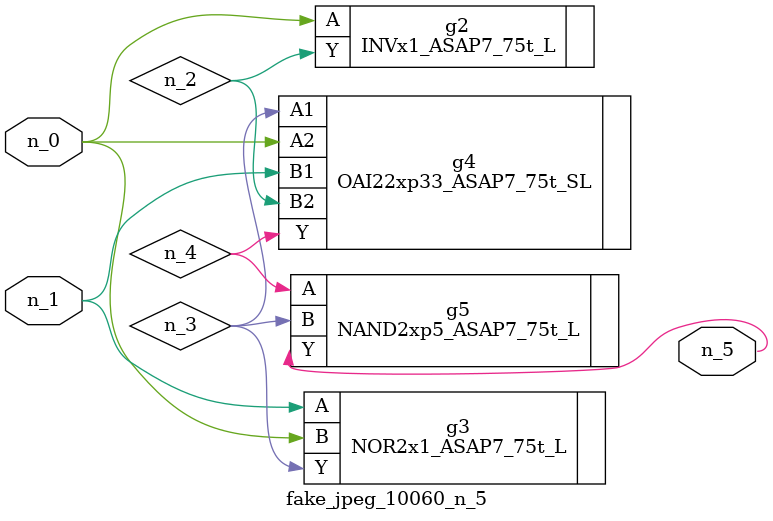
<source format=v>
module fake_jpeg_10060_n_5 (n_0, n_1, n_5);

input n_0;
input n_1;

output n_5;

wire n_2;
wire n_3;
wire n_4;

INVx1_ASAP7_75t_L g2 ( 
.A(n_0),
.Y(n_2)
);

NOR2x1_ASAP7_75t_L g3 ( 
.A(n_1),
.B(n_0),
.Y(n_3)
);

OAI22xp33_ASAP7_75t_SL g4 ( 
.A1(n_3),
.A2(n_0),
.B1(n_1),
.B2(n_2),
.Y(n_4)
);

NAND2xp5_ASAP7_75t_L g5 ( 
.A(n_4),
.B(n_3),
.Y(n_5)
);


endmodule
</source>
